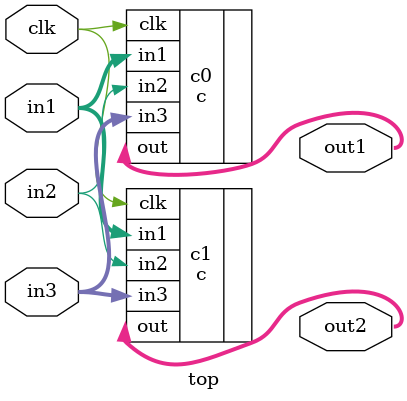
<source format=v>
`include "defines.v"

module top(in1,
           in2,
           in3,
           out1,
           out2,
           clk);
// Location of source csl unit: file name = multiple_units3.csl line number = 40
  input [3 - 1:0] in1;
  input in2;
  input [6 - 1:0] in3;
  input clk;
  output [3 - 1:0] out1;
  output [3 - 1:0] out2;
  c c0(.clk(clk),
       .in1(in1),
       .in2(in2),
       .in3(in3),
       .out(out1));
  c c1(.clk(clk),
       .in1(in1),
       .in2(in2),
       .in3(in3),
       .out(out2));
  `include "top.logic.vh"
endmodule


</source>
